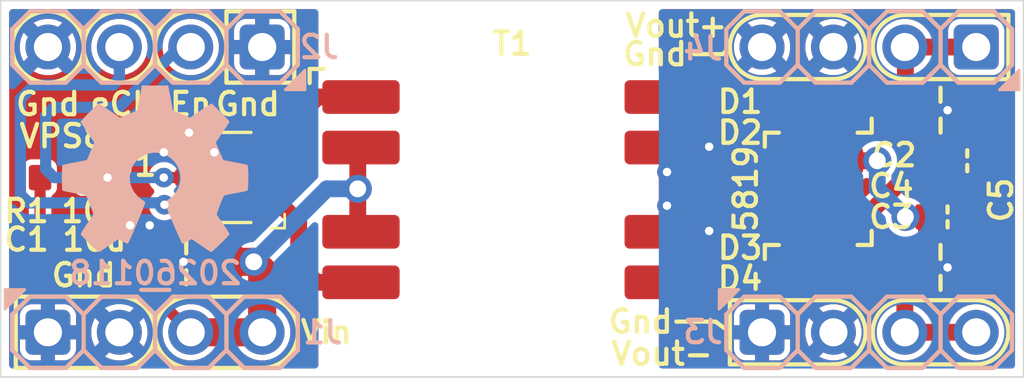
<source format=kicad_pcb>
(kicad_pcb (version 20241229) (generator "pcbnew") (generator_version "9.0")
  (layers (0 "F.Cu" mixed) (2 "B.Cu" mixed) (13 "F.Paste" user) (15 "B.Paste" user) (5 "F.SilkS" user "F.Silkscreen") (7 "B.SilkS" user "B.Silkscreen") (1 "F.Mask" user) (3 "B.Mask" user) (25 "Edge.Cuts" user))
  (net 0 "")
  (net 1 "GND")
  (net 2 "/VIN")
  (net 3 "/ExtClk")
  (net 4 "/Enable")
  (net 5 "/P1")
  (net 6 "/P2")
  (net 7 "/VOUT+")
  (net 8 "/VOUT-")
  (net 9 "Net-(D1-A)")
  (net 10 "Net-(D3-A)")
  (net 11 "GND1")
  (footprint "SquantorCapacitor:C_1206_0805" (layer "F.Cu") (at 53.43 23.9)
    (property "Reference" "C2" (at -1.65 1.6 0) (layer "F.SilkS") (effects (font (size 0.8 0.8))))
    (property "Value" "10u")
    (fp_line (start 0 -0.8) (end 0 -0.3) (stroke (width 0.15)) (layer "F.SilkS"))
    (fp_line (start 0 0.8) (end 0 0.3) (stroke (width 0.15)) (layer "F.SilkS"))
    (pad "1" smd roundrect (at -1.25 0) (size 1.5 1.6) (layers "F.Cu" "F.Mask" "F.Paste") (net 7 "/VOUT+"))
    (pad "2" smd roundrect (at 1.25 0) (size 1.5 1.6) (layers "F.Cu" "F.Mask" "F.Paste") (net 11 "GND1"))
  )
  (footprint "SquantorCapacitor:C_1206_0805" (layer "F.Cu") (at 53.43 29.5)
    (property "Reference" "C3" (at -1.75 -1.8 0) (layer "F.SilkS") (effects (font (size 0.8 0.8))))
    (property "Value" "10u")
    (fp_line (start 0 -0.8) (end 0 -0.3) (stroke (width 0.15)) (layer "F.SilkS"))
    (fp_line (start 0 0.8) (end 0 0.3) (stroke (width 0.15)) (layer "F.SilkS"))
    (pad "1" smd roundrect (at -1.25 0) (size 1.5 1.6) (layers "F.Cu" "F.Mask" "F.Paste") (net 8 "/VOUT-"))
    (pad "2" smd roundrect (at 1.25 0) (size 1.5 1.6) (layers "F.Cu" "F.Mask" "F.Paste") (net 11 "GND1"))
  )
  (footprint "SquantorCapacitor:C_0603" (layer "F.Cu") (at 54.38 25.7)
    (property "Reference" "C5" (at 1.2 1.4 90) (layer "F.SilkS") (effects (font (size 0.8 0.8))))
    (property "Value" "1u")
    (fp_line (start 0 -0.15) (end 0 -0.375) (stroke (width 0.15)) (layer "F.SilkS"))
    (fp_line (start 0 0.375) (end 0 0.15) (stroke (width 0.15)) (layer "F.SilkS"))
    (pad "1" smd roundrect (at -0.75 0) (size 0.8 0.9) (layers "F.Cu" "F.Mask" "F.Paste") (roundrect_rratio 0.125) (net 7 "/VOUT+"))
    (pad "2" smd roundrect (at 0.75 0) (size 0.8 0.9) (layers "F.Cu" "F.Mask" "F.Paste") (roundrect_rratio 0.125) (net 11 "GND1"))
  )
  (footprint "SquantorVPSC:T_2W_8pin_hand" (layer "F.Cu") (at 38.19 26.73)
    (property "Reference" "T1" (at 0 -5.2 0) (layer "F.SilkS") (effects (font (size 0.8 0.8))))
    (property "Value" "~")
    (fp_line (start -7.2 -4.3) (end -7.2 -3.8) (stroke (width 0.15)) (layer "F.SilkS"))
    (fp_line (start -7.2 -4.3) (end -6.7 -4.3) (stroke (width 0.15)) (layer "F.SilkS"))
    (pad "1" smd roundrect (at -5.375 -3.3) (size 2.75 1.2) (layers "F.Cu" "F.Mask" "F.Paste") (roundrect_rratio 0.15) (net 6 "/P2"))
    (pad "2" smd roundrect (at -5.375 -1.5) (size 2.75 1.2) (layers "F.Cu" "F.Mask" "F.Paste") (roundrect_rratio 0.15) (net 2 "/VIN"))
    (pad "3" smd roundrect (at -5.375 1.5) (size 2.75 1.2) (layers "F.Cu" "F.Mask" "F.Paste") (roundrect_rratio 0.15) (net 2 "/VIN"))
    (pad "4" smd roundrect (at -5.375 3.3) (size 2.75 1.2) (layers "F.Cu" "F.Mask" "F.Paste") (roundrect_rratio 0.15) (net 5 "/P1"))
    (pad "5" smd roundrect (at 5.375 3.3) (size 2.75 1.2) (layers "F.Cu" "F.Mask" "F.Paste") (roundrect_rratio 0.15) (net 10 "Net-(D3-A)"))
    (pad "6" smd roundrect (at 5.375 1.5) (size 2.75 1.2) (layers "F.Cu" "F.Mask" "F.Paste") (roundrect_rratio 0.15) (net 11 "GND1"))
    (pad "7" smd roundrect (at 5.375 -1.5) (size 2.75 1.2) (layers "F.Cu" "F.Mask" "F.Paste") (roundrect_rratio 0.15) (net 11 "GND1"))
    (pad "8" smd roundrect (at 5.375 -3.3) (size 2.75 1.2) (layers "F.Cu" "F.Mask" "F.Paste") (roundrect_rratio 0.15) (net 9 "Net-(D1-A)"))
  )
  (footprint "SquantorDiodes:SOD-323HE-shikues" (layer "F.Cu") (at 49.08 29.7)
    (property "Reference" "D4" (at -2.78 0.2 0) (layer "F.SilkS") (effects (font (size 0.8 0.8))))
    (property "Value" "5819")
    (fp_line (start -1.9 -1) (end -1.9 -0.5) (stroke (width 0.15)) (layer "F.SilkS"))
    (fp_line (start -1.9 -1) (end -1.4 -1) (stroke (width 0.15)) (layer "F.SilkS"))
    (pad "1" smd roundrect (at -0.675 0) (size 1.85 1.1) (layers "F.Cu" "F.Mask" "F.Paste") (roundrect_rratio 0.2) (net 10 "Net-(D3-A)"))
    (pad "2" smd roundrect (at 1.15 0) (size 0.9 1) (layers "F.Cu" "F.Mask" "F.Paste") (roundrect_rratio 0.2) (net 8 "/VOUT-"))
  )
  (footprint "SquantorDiodes:SOD-323HE-shikues" (layer "F.Cu") (at 49.08 27.7 180)
    (property "Reference" "D3" (at 2.78 -1.1 0) (layer "F.SilkS") (effects (font (size 0.8 0.8))))
    (property "Value" "5819")
    (fp_line (start -1.9 -1) (end -1.4 -1) (stroke (width 0.15)) (layer "F.SilkS"))
    (fp_line (start -1.9 -1) (end -1.9 -0.5) (stroke (width 0.15)) (layer "F.SilkS"))
    (pad "1" smd roundrect (at -0.675 0 180) (size 1.85 1.1) (layers "F.Cu" "F.Mask" "F.Paste") (roundrect_rratio 0.2) (net 7 "/VOUT+"))
    (pad "2" smd roundrect (at 1.15 0 180) (size 0.9 1) (layers "F.Cu" "F.Mask" "F.Paste") (roundrect_rratio 0.2) (net 10 "Net-(D3-A)"))
  )
  (footprint "SquantorResistor:R_0603_hand" (layer "F.Cu") (at 22.3 26.3)
    (property "Reference" "R1" (at -1.382 1.192 0) (layer "F.SilkS") (effects (font (size 0.8 0.8))))
    (property "Value" "10K" (at 1.031 1.192 0) (layer "F.SilkS") (effects (font (size 0.8 0.8))))
    (fp_line (start 0 -0.2) (end 0 0.2) (stroke (width 0.15)) (layer "F.SilkS"))
    (pad "1" smd roundrect (at -0.9 0) (size 0.8 0.9) (layers "F.Cu" "F.Mask" "F.Paste") (roundrect_rratio 0.1428571429) (net 2 "/VIN"))
    (pad "2" smd roundrect (at 0.9 0) (size 0.8 0.9) (layers "F.Cu" "F.Mask" "F.Paste") (roundrect_rratio 0.1428571429) (net 4 "/Enable"))
  )
  (footprint "SquantorCapacitor:C_1206_0805" (layer "F.Cu") (at 26.6 29.3)
    (property "Reference" "C1" (at -5.682 -0.792 0) (layer "F.SilkS") (effects (font (size 0.8 0.8))))
    (property "Value" "10u" (at -3.269 -0.792 0) (layer "F.SilkS") (effects (font (size 0.8 0.8))))
    (fp_line (start 0 -0.8) (end 0 -0.3) (stroke (width 0.15)) (layer "F.SilkS"))
    (fp_line (start 0 0.8) (end 0 0.3) (stroke (width 0.15)) (layer "F.SilkS"))
    (pad "1" smd roundrect (at -1.25 0) (size 1.5 1.6) (layers "F.Cu" "F.Mask" "F.Paste") (net 1 "GND"))
    (pad "2" smd roundrect (at 1.25 0) (size 1.5 1.6) (layers "F.Cu" "F.Mask" "F.Paste") (net 2 "/VIN"))
  )
  (footprint "SquantorDiodes:SOD-323HE-shikues" (layer "F.Cu") (at 49.08 25.7)
    (property "Reference" "D2" (at -2.78 -1 0) (layer "F.SilkS") (effects (font (size 0.8 0.8))))
    (property "Value" "5819" (at -2.58 1 90) (layer "F.SilkS") (effects (font (size 0.8 0.8))))
    (fp_line (start -1.9 -1) (end -1.9 -0.5) (stroke (width 0.15)) (layer "F.SilkS"))
    (fp_line (start -1.9 -1) (end -1.4 -1) (stroke (width 0.15)) (layer "F.SilkS"))
    (pad "1" smd roundrect (at -0.675 0) (size 1.85 1.1) (layers "F.Cu" "F.Mask" "F.Paste") (roundrect_rratio 0.2) (net 9 "Net-(D1-A)"))
    (pad "2" smd roundrect (at 1.15 0) (size 0.9 1) (layers "F.Cu" "F.Mask" "F.Paste") (roundrect_rratio 0.2) (net 8 "/VOUT-"))
  )
  (footprint "SquantorIC:SOT23-6-HAND" (layer "F.Cu") (at 28 26.3 180)
    (property "Reference" "U1" (at 3.272 0.459 0) (layer "F.SilkS") (effects (font (size 0.8 0.8))))
    (property "Value" "VPS8505" (at 4.669 1.475 0) (layer "F.SilkS") (effects (font (size 0.8 0.8))))
    (fp_line (start 0.9 -1.6) (end -0.9 -1.6) (stroke (width 0.12)) (layer "F.SilkS"))
    (fp_line (start -0.9 1.61) (end 0.9 1.61) (stroke (width 0.12)) (layer "F.SilkS"))
    (fp_line (start -2.1 -1.8) (end -1.6 -1.8) (stroke (width 0.1)) (layer "F.SilkS"))
    (fp_line (start -2.1 -1.8) (end -2.1 -1.3) (stroke (width 0.1)) (layer "F.SilkS"))
    (pad "1" smd roundrect (at -1.2 -0.95 180) (size 1.2 0.65) (layers "F.Cu" "F.Mask" "F.Paste") (roundrect_rratio 0.2) (net 5 "/P1"))
    (pad "2" smd roundrect (at -1.2 0 180) (size 1.2 0.65) (layers "F.Cu" "F.Mask" "F.Paste") (roundrect_rratio 0.2) (net 2 "/VIN"))
    (pad "3" smd roundrect (at -1.2 0.95 180) (size 1.2 0.65) (layers "F.Cu" "F.Mask" "F.Paste") (roundrect_rratio 0.2) (net 6 "/P2"))
    (pad "4" smd roundrect (at 1.2 0.95 180) (size 1.2 0.65) (layers "F.Cu" "F.Mask" "F.Paste") (roundrect_rratio 0.2) (net 1 "GND"))
    (pad "5" smd roundrect (at 1.2 0 180) (size 1.2 0.65) (layers "F.Cu" "F.Mask" "F.Paste") (roundrect_rratio 0.2) (net 4 "/Enable"))
    (pad "6" smd roundrect (at 1.2 -0.95 180) (size 1.2 0.65) (layers "F.Cu" "F.Mask" "F.Paste") (roundrect_rratio 0.2) (net 3 "/ExtClk"))
  )
  (footprint "SquantorCapacitor:C_0603" (layer "F.Cu") (at 53.68 27.7)
    (property "Reference" "C4" (at -2 -1.1 0) (layer "F.SilkS") (effects (font (size 0.8 0.8))))
    (property "Value" "1u")
    (fp_line (start 0 -0.15) (end 0 -0.375) (stroke (width 0.15)) (layer "F.SilkS"))
    (fp_line (start 0 0.375) (end 0 0.15) (stroke (width 0.15)) (layer "F.SilkS"))
    (pad "1" smd roundrect (at -0.75 0) (size 0.8 0.9) (layers "F.Cu" "F.Mask" "F.Paste") (roundrect_rratio 0.125) (net 8 "/VOUT-"))
    (pad "2" smd roundrect (at 0.75 0) (size 0.8 0.9) (layers "F.Cu" "F.Mask" "F.Paste") (roundrect_rratio 0.125) (net 11 "GND1"))
  )
  (footprint "SquantorDiodes:SOD-323HE-shikues" (layer "F.Cu") (at 49.08 23.7 180)
    (property "Reference" "D1" (at 2.78 0.1 0) (layer "F.SilkS") (effects (font (size 0.8 0.8))))
    (property "Value" "5819")
    (fp_line (start -1.9 -1) (end -1.4 -1) (stroke (width 0.15)) (layer "F.SilkS"))
    (fp_line (start -1.9 -1) (end -1.9 -0.5) (stroke (width 0.15)) (layer "F.SilkS"))
    (pad "1" smd roundrect (at -0.675 0 180) (size 1.85 1.1) (layers "F.Cu" "F.Mask" "F.Paste") (roundrect_rratio 0.2) (net 7 "/VOUT+"))
    (pad "2" smd roundrect (at 1.15 0 180) (size 0.9 1) (layers "F.Cu" "F.Mask" "F.Paste") (roundrect_rratio 0.2) (net 9 "Net-(D1-A)"))
  )
  (footprint "SquantorLabels:Label_Generic" (layer "B.Cu") (at 25.5 29.7 180)
    (property "Reference" "N1" (hide yes))
    (property "Value" "20260118" (at 0 0 0) (layer "B.SilkS") (effects (font (size 0.8 0.8)) (justify mirror)))
    (fp_line (start -0.5 -0.6) (end 0.5 -0.6) (stroke (width 0.15)) (layer "B.SilkS"))
  )
  (footprint "Symbol:OSHW-Symbol_6.7x6mm_SilkScreen" (layer "B.Cu") (at 25.5 26 180)
    (property "Reference" "N2" (hide yes))
    (property "Value" "OHWLOGO" (hide yes))
    (fp_poly (pts (xy 0.555814 2.531069) (xy 0.639635 2.086445) (xy 0.94892 1.958947) (xy 1.258206 1.831449) (xy 1.629246 2.083754) (xy 1.733157 2.154004) (xy 1.827087 2.216728) (xy 1.906652 2.269062) (xy 1.96747 2.308143) (xy 2.005157 2.331107) (xy 2.015421 2.336058) (xy 2.03391 2.323324) (xy 2.07342 2.288118) (xy 2.129522 2.234938) (xy 2.197787 2.168282) (xy 2.273786 2.092646) (xy 2.353092 2.012528) (xy 2.431275 1.932426) (xy 2.503907 1.856836) (xy 2.566559 1.790255) (xy 2.614803 1.737182) (xy 2.64421 1.702113) (xy 2.651241 1.690377) (xy 2.641123 1.66874) (xy 2.612759 1.621338) (xy 2.569129 1.552807) (xy 2.513218 1.467785) (xy 2.448006 1.370907) (xy 2.410219 1.31565) (xy 2.341343 1.214752) (xy 2.28014 1.123701) (xy 2.229578 1.04703) (xy 2.192628 0.989272) (xy 2.172258 0.954957) (xy 2.169197 0.947746) (xy 2.176136 0.927252) (xy 2.195051 0.879487) (xy 2.223087 0.811168) (xy 2.257391 0.729011) (xy 2.295109 0.63973) (xy 2.333387 0.550042) (xy 2.36937 0.466662) (xy 2.400206 0.396306) (xy 2.423039 0.34569) (xy 2.435017 0.321529) (xy 2.435724 0.320578) (xy 2.454531 0.315964) (xy 2.504618 0.305672) (xy 2.580793 0.290713) (xy 2.677865 0.272099) (xy 2.790643 0.250841) (xy 2.856442 0.238582) (xy 2.97695 0.215638) (xy 3.085797 0.193805) (xy 3.177476 0.174278) (xy 3.246481 0.158252) (xy 3.287304 0.146921) (xy 3.295511 0.143326) (xy 3.303548 0.118994) (xy 3.310033 0.064041) (xy 3.31497 -0.015108) (xy 3.318364 -0.112026) (xy 3.320218 -0.220287) (xy 3.320538 -0.333465) (xy 3.319327 -0.445135) (xy 3.31659 -0.548868) (xy 3.312331 -0.638241) (xy 3.306555 -0.706826) (xy 3.299267 -0.748197) (xy 3.294895 -0.75681) (xy 3.268764 -0.767133) (xy 3.213393 -0.781892) (xy 3.136107 -0.799352) (xy 3.04423 -0.81778) (xy 3.012158 -0.823741) (xy 2.857524 -0.852066) (xy 2.735375 -0.874876) (xy 2.641673 -0.89308) (xy 2.572384 -0.907583) (xy 2.523471 -0.919292) (xy 2.490897 -0.929115) (xy 2.470628 -0.937956) (xy 2.458626 -0.946724) (xy 2.456947 -0.948457) (xy 2.440184 -0.976371) (xy 2.414614 -1.030695) (xy 2.382788 -1.104777) (xy 2.34726 -1.191965) (xy 2.310583 -1.285608) (xy 2.275311 -1.379052) (xy 2.243996 -1.465647) (xy 2.219193 -1.53874) (xy 2.203454 -1.591678) (xy 2.199332 -1.617811) (xy 2.199676 -1.618726) (xy 2.213641 -1.640086) (xy 2.245322 -1.687084) (xy 2.291391 -1.754827) (xy 2.348518 -1.838423) (xy 2.413373 -1.932982) (xy 2.431843 -1.959854) (xy 2.497699 -2.057275) (xy 2.55565 -2.146163) (xy 2.602538 -2.221412) (xy 2.635207 -2.27792) (xy 2.6505 -2.310581) (xy 2.651241 -2.314593) (xy 2.638392 -2.335684) (xy 2.602888 -2.377464) (xy 2.549293 -2.435445) (xy 2.482171 -2.505135) (xy 2.406087 -2.582045) (xy 2.325604 -2.661683) (xy 2.245287 -2.739561) (xy 2.169699 -2.811186) (xy 2.103405 -2.87207) (xy 2.050969 -2.917721) (xy 2.016955 -2.94365) (xy 2.007545 -2.947883) (xy 1.985643 -2.937912) (xy 1.9408 -2.91102) (xy 1.880321 -2.871736) (xy 1.833789 -2.840117) (xy 1.749475 -2.782098) (xy 1.649626 -2.713784) (xy 1.549473 -2.645579) (xy 1.495627 -2.609075) (xy 1.313371 -2.4858) (xy 1.160381 -2.56852) (xy 1.090682 -2.604759) (xy 1.031414 -2.632926) (xy 0.991311 -2.648991) (xy 0.981103 -2.651226) (xy 0.968829 -2.634722) (xy 0.944613 -2.588082) (xy 0.910263 -2.515609) (xy 0.867588 -2.421606) (xy 0.818394 -2.310374) (xy 0.76449 -2.186215) (xy 0.707684 -2.053432) (xy 0.649782 -1.916327) (xy 0.592593 -1.779202) (xy 0.537924 -1.646358) (xy 0.487584 -1.522098) (xy 0.44338 -1.410725) (xy 0.407119 -1.316539) (xy 0.380609 -1.243844) (xy 0.365658 -1.196941) (xy 0.363254 -1.180833) (xy 0.382311 -1.160286) (xy 0.424036 -1.126933) (xy 0.479706 -1.087702) (xy 0.484378 -1.084599) (xy 0.628264 -0.969423) (xy 0.744283 -0.835053) (xy 0.83143 -0.685784) (xy 0.888699 -0.525913) (xy 0.915086 -0.359737) (xy 0.909585 -0.191552) (xy 0.87119 -0.025655) (xy 0.798895 0.133658) (xy 0.777626 0.168513) (xy 0.666996 0.309263) (xy 0.536302 0.422286) (xy 0.390064 0.506997) (xy 0.232808 0.562806) (xy 0.069057 0.589126) (xy -0.096667 0.58537) (xy -0.259838 0.55095) (xy -0.415935 0.485277) (xy -0.560433 0.387765) (xy -0.605131 0.348187) (xy -0.718888 0.224297) (xy -0.801782 0.093876) (xy -0.858644 -0.052315) (xy -0.890313 -0.197088) (xy -0.898131 -0.35986) (xy -0.872062 -0.52344) (xy -0.814755 -0.682298) (xy -0.728856 -0.830906) (xy -0.617014 -0.963735) (xy -0.481877 -1.075256) (xy -0.464117 -1.087011) (xy -0.40785 -1.125508) (xy -0.365077 -1.158863) (xy -0.344628 -1.18016) (xy -0.344331 -1.180833) (xy -0.348721 -1.203871) (xy -0.366124 -1.256157) (xy -0.394732 -1.33339) (xy -0.432735 -1.431268) (xy -0.478326 -1.545491) (xy -0.529697 -1.671758) (xy -0.585038 -1.805767) (xy -0.642542 -1.943218) (xy -0.700399 -2.079808) (xy -0.756802 -2.211237) (xy -0.809942 -2.333205) (xy -0.85801 -2.441409) (xy -0.899199 -2.531549) (xy -0.931699 -2.599323) (xy -0.953703 -2.64043) (xy -0.962564 -2.651226) (xy -0.98964 -2.642819) (xy -1.040303 -2.620272) (xy -1.105817 -2.587613) (xy -1.141841 -2.56852) (xy -1.294832 -2.4858) (xy -1.477088 -2.609075) (xy -1.570125 -2.672228) (xy -1.671985 -2.741727) (xy -1.767438 -2.807165) (xy -1.81525 -2.840117) (xy -1.882495 -2.885273) (xy -1.939436 -2.921057) (xy -1.978646 -2.942938) (xy -1.991381 -2.947563) (xy -2.009917 -2.935085) (xy -2.050941 -2.900252) (xy -2.110475 -2.846678) (xy -2.184542 -2.777983) (xy -2.269165 -2.697781) (xy -2.322685 -2.646286) (xy -2.416319 -2.554286) (xy -2.497241 -2.471999) (xy -2.562177 -2.402945) (xy -2.607858 -2.350644) (xy -2.631011 -2.318616) (xy -2.633232 -2.312116) (xy -2.622924 -2.287394) (xy -2.594439 -2.237405) (xy -2.550937 -2.167212) (xy -2.495577 -2.081875) (xy -2.43152 -1.986456) (xy -2.413303 -1.959854) (xy -2.346927 -1.863167) (xy -2.287378 -1.776117) (xy -2.237984 -1.703595) (xy -2.202075 -1.650493) (xy -2.182981 -1.621703) (xy -2.181136 -1.618726) (xy -2.183895 -1.595782) (xy -2.198538 -1.545336) (xy -2.222513 -1.474041) (xy -2.253266 -1.388547) (xy -2.288244 -1.295507) (xy -2.324893 -1.201574) (xy -2.360661 -1.113399) (xy -2.392994 -1.037634) (xy -2.419338 -0.980931) (xy -2.437142 -0.949943) (xy -2.438407 -0.948457) (xy -2.449294 -0.939601) (xy -2.467682 -0.930843) (xy -2.497606 -0.921277) (xy -2.543103 -0.909996) (xy -2.608209 -0.896093) (xy -2.696961 -0.878663) (xy -2.813393 -0.856798) (xy -2.961542 -0.829591) (xy -2.993618 -0.823741) (xy -3.088686 -0.805374) (xy -3.171565 -0.787405) (xy -3.23493 -0.771569) (xy -3.271458 -0.7596) (xy -3.276356 -0.75681) (xy -3.284427 -0.732072) (xy -3.290987 -0.67679) (xy -3.296033 -0.597389) (xy -3.299559 -0.500296) (xy -3.301561 -0.391938) (xy -3.302036 -0.27874) (xy -3.300977 -0.167128) (xy -3.298382 -0.063529) (xy -3.294246 0.025632) (xy -3.288563 0.093928) (xy -3.281331 0.134934) (xy -3.276971 0.143326) (xy -3.252698 0.151792) (xy -3.197426 0.165565) (xy -3.116662 0.18345) (xy -3.015912 0.204252) (xy -2.900683 0.226777) (xy -2.837902 0.238582) (xy -2.718787 0.260849) (xy -2.612565 0.281021) (xy -2.524427 0.298085) (xy -2.459566 0.311031) (xy -2.423174 0.318845) (xy -2.417184 0.320578) (xy -2.407061 0.34011) (xy -2.385662 0.387157) (xy -2.355839 0.454997) (xy -2.320445 0.536909) (xy -2.282332 0.626172) (xy -2.244353 0.716065) (xy -2.20936 0.799865) (xy -2.180206 0.870853) (xy -2.159743 0.922306) (xy -2.150823 0.947503) (xy -2.150657 0.948604) (xy -2.160769 0.968481) (xy -2.189117 1.014223) (xy -2.232723 1.081283) (xy -2.288606 1.165116) (xy -2.353787 1.261174) (xy -2.391679 1.31635) (xy -2.460725 1.417519) (xy -2.52205 1.50937) (xy -2.572663 1.587256) (xy -2.609571 1.646531) (xy -2.629782 1.682549) (xy -2.632701 1.690623) (xy -2.620153 1.709416) (xy -2.585463 1.749543) (xy -2.533063 1.806507) (xy -2.467384 1.875815) (xy -2.392856 1.952969) (xy -2.313913 2.033475) (xy -2.234983 2.112837) (xy -2.1605 2.18656) (xy -2.094894 2.250148) (xy -2.042596 2.299106) (xy -2.008039 2.328939) (xy -1.996478 2.336058) (xy -1.977654 2.326047) (xy -1.932631 2.297922) (xy -1.865787 2.254546) (xy -1.781499 2.198782) (xy -1.684144 2.133494) (xy -1.610707 2.083754) (xy -1.239667 1.831449) (xy -0.621095 2.086445) (xy -0.537275 2.531069) (xy -0.453454 2.975693) (xy 0.471994 2.975693) (xy 0.555814 2.531069)) (stroke (width 0.01)) (fill yes) (layer "B.SilkS"))
  )
  (footprint "SquantorConnectors:Header-0254-1X04-H010" (layer "B.Cu") (at 50.89 31.81)
    (property "Reference" "J3" (at -5.91 -0.01 0) (layer "B.SilkS") (effects (font (size 0.8 0.8) (thickness 0.15) (bold yes)) (justify mirror)))
    (property "Value" "Conn_01x04")
    (fp_line (start -5.08 -0.635) (end -4.445 -1.27) (stroke (width 0.1524)) (layer "B.SilkS"))
    (fp_line (start -5.08 0.635) (end -5.08 -0.635) (stroke (width 0.1524)) (layer "B.SilkS"))
    (fp_line (start -4.445 1.27) (end -5.08 0.635) (stroke (width 0.1524)) (layer "B.SilkS"))
    (fp_line (start -4.445 1.27) (end -3.175 1.27) (stroke (width 0.1524)) (layer "B.SilkS"))
    (fp_line (start -3.175 -1.27) (end -4.445 -1.27) (stroke (width 0.1524)) (layer "B.SilkS"))
    (fp_line (start -3.175 1.27) (end -2.54 0.635) (stroke (width 0.1524)) (layer "B.SilkS"))
    (fp_line (start -2.54 -0.635) (end -3.175 -1.27) (stroke (width 0.1524)) (layer "B.SilkS"))
    (fp_line (start -2.54 0.635) (end -2.54 -0.635) (stroke (width 0.1524)) (layer "B.SilkS"))
    (fp_line (start -2.54 0.635) (end -1.905 1.27) (stroke (width 0.1524)) (layer "B.SilkS"))
    (fp_line (start -1.905 -1.27) (end -2.54 -0.635) (stroke (width 0.1524)) (layer "B.SilkS"))
    (fp_line (start -1.905 1.27) (end -0.635 1.27) (stroke (width 0.1524)) (layer "B.SilkS"))
    (fp_line (start -0.635 -1.27) (end -1.905 -1.27) (stroke (width 0.1524)) (layer "B.SilkS"))
    (fp_line (start -0.635 1.27) (end 0 0.635) (stroke (width 0.1524)) (layer "B.SilkS"))
    (fp_line (start 0 -0.635) (end -0.635 -1.27) (stroke (width 0.1524)) (layer "B.SilkS"))
    (fp_line (start 0 0.635) (end 0 -0.635) (stroke (width 0.1524)) (layer "B.SilkS"))
    (fp_line (start 0 0.635) (end 0.635 1.27) (stroke (width 0.1524)) (layer "B.SilkS"))
    (fp_line (start 0.635 -1.27) (end 0 -0.635) (stroke (width 0.1524)) (layer "B.SilkS"))
    (fp_line (start 0.635 1.27) (end 1.905 1.27) (stroke (width 0.1524)) (layer "B.SilkS"))
    (fp_line (start 1.905 -1.27) (end 0.635 -1.27) (stroke (width 0.1524)) (layer "B.SilkS"))
    (fp_line (start 1.905 1.27) (end 2.54 0.635) (stroke (width 0.1524)) (layer "B.SilkS"))
    (fp_line (start 2.54 -0.635) (end 1.905 -1.27) (stroke (width 0.1524)) (layer "B.SilkS"))
    (fp_line (start 2.54 -0.635) (end 3.175 -1.27) (stroke (width 0.1524)) (layer "B.SilkS"))
    (fp_line (start 2.54 0.635) (end 2.54 -0.635) (stroke (width 0.1524)) (layer "B.SilkS"))
    (fp_line (start 3.175 1.27) (end 2.54 0.635) (stroke (width 0.1524)) (layer "B.SilkS"))
    (fp_line (start 3.175 1.27) (end 4.445 1.27) (stroke (width 0.1524)) (layer "B.SilkS"))
    (fp_line (start 4.445 -1.27) (end 3.175 -1.27) (stroke (width 0.1524)) (layer "B.SilkS"))
    (fp_line (start 4.445 1.27) (end 5.08 0.635) (stroke (width 0.1524)) (layer "B.SilkS"))
    (fp_line (start 5.08 -0.635) (end 4.445 -1.27) (stroke (width 0.1524)) (layer "B.SilkS"))
    (fp_line (start 5.08 0.635) (end 5.08 -0.635) (stroke (width 0.1524)) (layer "B.SilkS"))
    (fp_poly (pts (xy -5.334 -0.8255) (xy -5.334 -1.524) (xy -4.6355 -1.524)) (stroke (width 0.1)) (fill yes) (layer "B.SilkS"))
    (pad "1" thru_hole roundrect (at -3.81 0 180) (size 1.6 1.6) (drill 1) (layers "*.Cu" "*.Mask") (roundrect_rratio 0.15) (net 11 "GND1"))
    (pad "2" thru_hole circle (at -1.27 0 180) (size 1.6 1.6) (drill 1) (layers "*.Cu" "*.Mask") (net 11 "GND1"))
    (pad "3" thru_hole circle (at 1.27 0 180) (size 1.6 1.6) (drill 1) (layers "*.Cu" "*.Mask") (net 8 "/VOUT-"))
    (pad "4" thru_hole circle (at 3.81 0 180) (size 1.6 1.6) (drill 1) (layers "*.Cu" "*.Mask") (net 8 "/VOUT-"))
  )
  (footprint "SquantorConnectors:Header-0254-1X04-H010" (layer "B.Cu") (at 25.49 21.65 180)
    (property "Reference" "J2" (at -5.842 0 0) (layer "B.SilkS") (effects (font (size 0.8 0.8) (thickness 0.15) (bold yes)) (justify mirror)))
    (property "Value" "Conn_01x04")
    (fp_line (start 5.08 0.635) (end 5.08 -0.635) (stroke (width 0.1524)) (layer "B.SilkS"))
    (fp_line (start 5.08 -0.635) (end 4.445 -1.27) (stroke (width 0.1524)) (layer "B.SilkS"))
    (fp_line (start 4.445 1.27) (end 5.08 0.635) (stroke (width 0.1524)) (layer "B.SilkS"))
    (fp_line (start 4.445 -1.27) (end 3.175 -1.27) (stroke (width 0.1524)) (layer "B.SilkS"))
    (fp_line (start 3.175 1.27) (end 4.445 1.27) (stroke (width 0.1524)) (layer "B.SilkS"))
    (fp_line (start 3.175 1.27) (end 2.54 0.635) (stroke (width 0.1524)) (layer "B.SilkS"))
    (fp_line (start 2.54 0.635) (end 2.54 -0.635) (stroke (width 0.1524)) (layer "B.SilkS"))
    (fp_line (start 2.54 -0.635) (end 3.175 -1.27) (stroke (width 0.1524)) (layer "B.SilkS"))
    (fp_line (start 2.54 -0.635) (end 1.905 -1.27) (stroke (width 0.1524)) (layer "B.SilkS"))
    (fp_line (start 1.905 1.27) (end 2.54 0.635) (stroke (width 0.1524)) (layer "B.SilkS"))
    (fp_line (start 1.905 -1.27) (end 0.635 -1.27) (stroke (width 0.1524)) (layer "B.SilkS"))
    (fp_line (start 0.635 1.27) (end 1.905 1.27) (stroke (width 0.1524)) (layer "B.SilkS"))
    (fp_line (start 0.635 -1.27) (end 0 -0.635) (stroke (width 0.1524)) (layer "B.SilkS"))
    (fp_line (start 0 0.635) (end 0.635 1.27) (stroke (width 0.1524)) (layer "B.SilkS"))
    (fp_line (start 0 0.635) (end 0 -0.635) (stroke (width 0.1524)) (layer "B.SilkS"))
    (fp_line (start 0 -0.635) (end -0.635 -1.27) (stroke (width 0.1524)) (layer "B.SilkS"))
    (fp_line (start -0.635 1.27) (end 0 0.635) (stroke (width 0.1524)) (layer "B.SilkS"))
    (fp_line (start -0.635 -1.27) (end -1.905 -1.27) (stroke (width 0.1524)) (layer "B.SilkS"))
    (fp_line (start -1.905 1.27) (end -0.635 1.27) (stroke (width 0.1524)) (layer "B.SilkS"))
    (fp_line (start -1.905 -1.27) (end -2.54 -0.635) (stroke (width 0.1524)) (layer "B.SilkS"))
    (fp_line (start -2.54 0.635) (end -1.905 1.27) (stroke (width 0.1524)) (layer "B.SilkS"))
    (fp_line (start -2.54 0.635) (end -2.54 -0.635) (stroke (width 0.1524)) (layer "B.SilkS"))
    (fp_line (start -2.54 -0.635) (end -3.175 -1.27) (stroke (width 0.1524)) (layer "B.SilkS"))
    (fp_line (start -3.175 1.27) (end -2.54 0.635) (stroke (width 0.1524)) (layer "B.SilkS"))
    (fp_line (start -3.175 -1.27) (end -4.445 -1.27) (stroke (width 0.1524)) (layer "B.SilkS"))
    (fp_line (start -4.445 1.27) (end -3.175 1.27) (stroke (width 0.1524)) (layer "B.SilkS"))
    (fp_line (start -4.445 1.27) (end -5.08 0.635) (stroke (width 0.1524)) (layer "B.SilkS"))
    (fp_line (start -5.08 0.635) (end -5.08 -0.635) (stroke (width 0.1524)) (layer "B.SilkS"))
    (fp_line (start -5.08 -0.635) (end -4.445 -1.27) (stroke (width 0.1524)) (layer "B.SilkS"))
    (fp_poly (pts (xy -5.334 -0.8255) (xy -5.334 -1.524) (xy -4.6355 -1.524)) (stroke (width 0.1)) (fill yes) (layer "B.SilkS"))
    (pad "1" thru_hole roundrect (at -3.81 0) (size 1.6 1.6) (drill 1) (layers "*.Cu" "*.Mask") (roundrect_rratio 0.15) (net 1 "GND"))
    (pad "2" thru_hole circle (at -1.27 0) (size 1.6 1.6) (drill 1) (layers "*.Cu" "*.Mask") (net 4 "/Enable"))
    (pad "3" thru_hole circle (at 1.27 0) (size 1.6 1.6) (drill 1) (layers "*.Cu" "*.Mask") (net 3 "/ExtClk"))
    (pad "4" thru_hole circle (at 3.81 0) (size 1.6 1.6) (drill 1) (layers "*.Cu" "*.Mask") (net 1 "GND"))
  )
  (footprint "SquantorConnectors:Header-0254-1X04-H010" (layer "B.Cu") (at 25.49 31.81)
    (property "Reference" "J1" (at 5.969 0 180) (layer "B.SilkS") (effects (font (size 0.8 0.8) (thickness 0.15) (bold yes)) (justify mirror)))
    (property "Value" "Conn_01x04")
    (fp_line (start -5.08 -0.635) (end -4.445 -1.27) (stroke (width 0.1524)) (layer "B.SilkS"))
    (fp_line (start -5.08 0.635) (end -5.08 -0.635) (stroke (width 0.1524)) (layer "B.SilkS"))
    (fp_line (start -4.445 1.27) (end -5.08 0.635) (stroke (width 0.1524)) (layer "B.SilkS"))
    (fp_line (start -4.445 1.27) (end -3.175 1.27) (stroke (width 0.1524)) (layer "B.SilkS"))
    (fp_line (start -3.175 -1.27) (end -4.445 -1.27) (stroke (width 0.1524)) (layer "B.SilkS"))
    (fp_line (start -3.175 1.27) (end -2.54 0.635) (stroke (width 0.1524)) (layer "B.SilkS"))
    (fp_line (start -2.54 -0.635) (end -3.175 -1.27) (stroke (width 0.1524)) (layer "B.SilkS"))
    (fp_line (start -2.54 0.635) (end -2.54 -0.635) (stroke (width 0.1524)) (layer "B.SilkS"))
    (fp_line (start -2.54 0.635) (end -1.905 1.27) (stroke (width 0.1524)) (layer "B.SilkS"))
    (fp_line (start -1.905 -1.27) (end -2.54 -0.635) (stroke (width 0.1524)) (layer "B.SilkS"))
    (fp_line (start -1.905 1.27) (end -0.635 1.27) (stroke (width 0.1524)) (layer "B.SilkS"))
    (fp_line (start -0.635 -1.27) (end -1.905 -1.27) (stroke (width 0.1524)) (layer "B.SilkS"))
    (fp_line (start -0.635 1.27) (end 0 0.635) (stroke (width 0.1524)) (layer "B.SilkS"))
    (fp_line (start 0 -0.635) (end -0.635 -1.27) (stroke (width 0.1524)) (layer "B.SilkS"))
    (fp_line (start 0 0.635) (end 0 -0.635) (stroke (width 0.1524)) (layer "B.SilkS"))
    (fp_line (start 0 0.635) (end 0.635 1.27) (stroke (width 0.1524)) (layer "B.SilkS"))
    (fp_line (start 0.635 -1.27) (end 0 -0.635) (stroke (width 0.1524)) (layer "B.SilkS"))
    (fp_line (start 0.635 1.27) (end 1.905 1.27) (stroke (width 0.1524)) (layer "B.SilkS"))
    (fp_line (start 1.905 -1.27) (end 0.635 -1.27) (stroke (width 0.1524)) (layer "B.SilkS"))
    (fp_line (start 1.905 1.27) (end 2.54 0.635) (stroke (width 0.1524)) (layer "B.SilkS"))
    (fp_line (start 2.54 -0.635) (end 1.905 -1.27) (stroke (width 0.1524)) (layer "B.SilkS"))
    (fp_line (start 2.54 -0.635) (end 3.175 -1.27) (stroke (width 0.1524)) (layer "B.SilkS"))
    (fp_line (start 2.54 0.635) (end 2.54 -0.635) (stroke (width 0.1524)) (layer "B.SilkS"))
    (fp_line (start 3.175 1.27) (end 2.54 0.635) (stroke (width 0.1524)) (layer "B.SilkS"))
    (fp_line (start 3.175 1.27) (end 4.445 1.27) (stroke (width 0.1524)) (layer "B.SilkS"))
    (fp_line (start 4.445 -1.27) (end 3.175 -1.27) (stroke (width 0.1524)) (layer "B.SilkS"))
    (fp_line (start 4.445 1.27) (end 5.08 0.635) (stroke (width 0.1524)) (layer "B.SilkS"))
    (fp_line (start 5.08 -0.635) (end 4.445 -1.27) (stroke (width 0.1524)) (layer "B.SilkS"))
    (fp_line (start 5.08 0.635) (end 5.08 -0.635) (stroke (width 0.1524)) (layer "B.SilkS"))
    (fp_poly (pts (xy -5.334 -0.8255) (xy -5.334 -1.524) (xy -4.6355 -1.524)) (stroke (width 0.1)) (fill yes) (layer "B.SilkS"))
    (pad "1" thru_hole roundrect (at -3.81 0 180) (size 1.6 1.6) (drill 1) (layers "*.Cu" "*.Mask") (roundrect_rratio 0.15) (net 1 "GND"))
    (pad "2" thru_hole circle (at -1.27 0 180) (size 1.6 1.6) (drill 1) (layers "*.Cu" "*.Mask") (net 1 "GND"))
    (pad "3" thru_hole circle (at 1.27 0 180) (size 1.6 1.6) (drill 1) (layers "*.Cu" "*.Mask") (net 2 "/VIN"))
    (pad "4" thru_hole circle (at 3.81 0 180) (size 1.6 1.6) (drill 1) (layers "*.Cu" "*.Mask") (net 2 "/VIN"))
  )
  (footprint "SquantorConnectors:Header-0254-1X04-H010" (layer "B.Cu") (at 50.89 21.65 180)
    (property "Reference" "J4" (at 5.91 -0.05 0) (layer "B.SilkS") (effects (font (size 0.8 0.8) (thickness 0.15) (bold yes)) (justify mirror)))
    (property "Value" "Conn_01x04")
    (fp_line (start 5.08 0.635) (end 5.08 -0.635) (stroke (width 0.1524)) (layer "B.SilkS"))
    (fp_line (start 5.08 -0.635) (end 4.445 -1.27) (stroke (width 0.1524)) (layer "B.SilkS"))
    (fp_line (start 4.445 1.27) (end 5.08 0.635) (stroke (width 0.1524)) (layer "B.SilkS"))
    (fp_line (start 4.445 -1.27) (end 3.175 -1.27) (stroke (width 0.1524)) (layer "B.SilkS"))
    (fp_line (start 3.175 1.27) (end 4.445 1.27) (stroke (width 0.1524)) (layer "B.SilkS"))
    (fp_line (start 3.175 1.27) (end 2.54 0.635) (stroke (width 0.1524)) (layer "B.SilkS"))
    (fp_line (start 2.54 0.635) (end 2.54 -0.635) (stroke (width 0.1524)) (layer "B.SilkS"))
    (fp_line (start 2.54 -0.635) (end 3.175 -1.27) (stroke (width 0.1524)) (layer "B.SilkS"))
    (fp_line (start 2.54 -0.635) (end 1.905 -1.27) (stroke (width 0.1524)) (layer "B.SilkS"))
    (fp_line (start 1.905 1.27) (end 2.54 0.635) (stroke (width 0.1524)) (layer "B.SilkS"))
    (fp_line (start 1.905 -1.27) (end 0.635 -1.27) (stroke (width 0.1524)) (layer "B.SilkS"))
    (fp_line (start 0.635 1.27) (end 1.905 1.27) (stroke (width 0.1524)) (layer "B.SilkS"))
    (fp_line (start 0.635 -1.27) (end 0 -0.635) (stroke (width 0.1524)) (layer "B.SilkS"))
    (fp_line (start 0 0.635) (end 0.635 1.27) (stroke (width 0.1524)) (layer "B.SilkS"))
    (fp_line (start 0 0.635) (end 0 -0.635) (stroke (width 0.1524)) (layer "B.SilkS"))
    (fp_line (start 0 -0.635) (end -0.635 -1.27) (stroke (width 0.1524)) (layer "B.SilkS"))
    (fp_line (start -0.635 1.27) (end 0 0.635) (stroke (width 0.1524)) (layer "B.SilkS"))
    (fp_line (start -0.635 -1.27) (end -1.905 -1.27) (stroke (width 0.1524)) (layer "B.SilkS"))
    (fp_line (start -1.905 1.27) (end -0.635 1.27) (stroke (width 0.1524)) (layer "B.SilkS"))
    (fp_line (start -1.905 -1.27) (end -2.54 -0.635) (stroke (width 0.1524)) (layer "B.SilkS"))
    (fp_line (start -2.54 0.635) (end -1.905 1.27) (stroke (width 0.1524)) (layer "B.SilkS"))
    (fp_line (start -2.54 0.635) (end -2.54 -0.635) (stroke (width 0.1524)) (layer "B.SilkS"))
    (fp_line (start -2.54 -0.635) (end -3.175 -1.27) (stroke (width 0.1524)) (layer "B.SilkS"))
    (fp_line (start -3.175 1.27) (end -2.54 0.635) (stroke (width 0.1524)) (layer "B.SilkS"))
    (fp_line (start -3.175 -1.27) (end -4.445 -1.27) (stroke (width 0.1524)) (layer "B.SilkS"))
    (fp_line (start -4.445 1.27) (end -3.175 1.27) (stroke (width 0.1524)) (layer "B.SilkS"))
    (fp_line (start -4.445 1.27) (end -5.08 0.635) (stroke (width 0.1524)) (layer "B.SilkS"))
    (fp_line (start -5.08 0.635) (end -5.08 -0.635) (stroke (width 0.1524)) (layer "B.SilkS"))
    (fp_line (start -5.08 -0.635) (end -4.445 -1.27) (stroke (width 0.1524)) (layer "B.SilkS"))
    (fp_poly (pts (xy -5.334 -0.8255) (xy -5.334 -1.524) (xy -4.6355 -1.524)) (stroke (width 0.1)) (fill yes) (layer "B.SilkS"))
    (pad "1" thru_hole roundrect (at -3.81 0) (size 1.6 1.6) (drill 1) (layers "*.Cu" "*.Mask") (roundrect_rratio 0.15) (net 7 "/VOUT+"))
    (pad "2" thru_hole circle (at -1.27 0) (size 1.6 1.6) (drill 1) (layers "*.Cu" "*.Mask") (net 7 "/VOUT+"))
    (pad "3" thru_hole circle (at 1.27 0) (size 1.6 1.6) (drill 1) (layers "*.Cu" "*.Mask") (net 11 "GND1"))
    (pad "4" thru_hole circle (at 3.81 0) (size 1.6 1.6) (drill 1) (layers "*.Cu" "*.Mask") (net 11 "GND1"))
  )
  (gr_line (start 55.843 22.793) (end 54.7 22.793) (stroke (width 0.15)) (layer "F.SilkS"))
  (gr_line (start 44.667 21.904) (end 45.683 21.904) (stroke (width 0.15)) (layer "F.SilkS"))
  (gr_line (start 29.3 30.54) (end 26.76 30.54) (stroke (width 0.15)) (layer "F.SilkS"))
  (gr_line (start 52.16 32.953) (end 54.7 32.953) (stroke (width 0.15)) (layer "F.SilkS"))
  (gr_arc (start 49.62 30.667) (mid 50.763 31.81) (end 49.62 32.953) (stroke (width 0.15)) (layer "F.SilkS"))
  (gr_line (start 29.3 33.08) (end 26.76 33.08) (stroke (width 0.15)) (layer "F.SilkS"))
  (gr_line (start 45.429 31.429) (end 45.937 31.81) (stroke (width 0.15)) (layer "F.SilkS"))
  (gr_arc (start 49.62 20.507) (mid 50.763 21.65) (end 49.62 22.793) (stroke (width 0.15)) (layer "F.SilkS"))
  (gr_line (start 47.08 30.667) (end 45.937 30.667) (stroke (width 0.15)) (layer "F.SilkS"))
  (gr_arc (start 26.76 33.08) (mid 25.49 31.81) (end 26.76 30.54) (stroke (width 0.15)) (layer "F.SilkS"))
  (gr_arc (start 52.16 32.953) (mid 51.017 31.81) (end 52.16 30.667) (stroke (width 0.15)) (layer "F.SilkS"))
  (gr_line (start 52.16 22.793) (end 54.7 22.793) (stroke (width 0.15)) (layer "F.SilkS"))
  (gr_line (start 20.537 30.54) (end 20.537 33.08) (stroke (width 0.15)) (layer "F.SilkS"))
  (gr_line (start 45.683 21.904) (end 45.937 21.65) (stroke (width 0.15)) (layer "F.SilkS"))
  (gr_arc (start 54.7 30.667) (mid 55.843 31.81) (end 54.7 32.953) (stroke (width 0.15)) (layer "F.SilkS"))
  (gr_circle (center 26.76 21.65) (end 28.03 21.65) (stroke (width 0.15)) (fill no) (layer "F.SilkS"))
  (gr_line (start 30.443 20.38) (end 30.443 22.92) (stroke (width 0.15)) (layer "F.SilkS"))
  (gr_arc (start 47.08 22.793) (mid 45.937 21.65) (end 47.08 20.507) (stroke (width 0.15)) (layer "F.SilkS"))
  (gr_circle (center 21.68 21.65) (end 22.95 21.65) (stroke (width 0.15)) (fill no) (layer "F.SilkS"))
  (gr_line (start 30.443 22.92) (end 28.03 22.92) (stroke (width 0.15)) (layer "F.SilkS"))
  (gr_line (start 54.7 20.507) (end 52.16 20.507) (stroke (width 0.15)) (layer "F.SilkS"))
  (gr_circle (center 24.22 21.65) (end 25.49 21.65) (stroke (width 0.15)) (fill no) (layer "F.SilkS"))
  (gr_line (start 20.537 33.08) (end 21.68 33.08) (stroke (width 0.15)) (layer "F.SilkS"))
  (gr_line (start 28.03 20.38) (end 30.443 20.38) (stroke (width 0.15)) (layer "F.SilkS"))
  (gr_line (start 45.937 30.667) (end 45.937 32.953) (stroke (width 0.15)) (layer "F.SilkS"))
  (gr_line (start 47.08 22.793) (end 49.62 22.793) (stroke (width 0.15)) (layer "F.SilkS"))
  (gr_line (start 54.7 30.667) (end 52.16 30.667) (stroke (width 0.15)) (layer "F.SilkS"))
  (gr_line (start 45.937 32.953) (end 47.08 32.953) (stroke (width 0.15)) (layer "F.SilkS"))
  (gr_line (start 21.68 30.54) (end 20.537 30.54) (stroke (width 0.15)) (layer "F.SilkS"))
  (gr_arc (start 52.16 22.793) (mid 51.017 21.65) (end 52.16 20.507) (stroke (width 0.15)) (layer "F.SilkS"))
  (gr_line (start 49.62 30.667) (end 47.08 30.667) (stroke (width 0.15)) (layer "F.SilkS"))
  (gr_line (start 49.62 20.507) (end 47.08 20.507) (stroke (width 0.15)) (layer "F.SilkS"))
  (gr_line (start 24.22 30.54) (end 21.68 30.54) (stroke (width 0.15)) (layer "F.SilkS"))
  (gr_line (start 28.03 20.38) (end 28.03 22.92) (stroke (width 0.15)) (layer "F.SilkS"))
  (gr_arc (start 29.3 30.54) (mid 30.57 31.81) (end 29.3 33.08) (stroke (width 0.15)) (layer "F.SilkS"))
  (gr_line (start 44.032 31.429) (end 45.429 31.429) (stroke (width 0.15)) (layer "F.SilkS"))
  (gr_line (start 54.7 20.507) (end 55.843 20.507) (stroke (width 0.15)) (layer "F.SilkS"))
  (gr_line (start 55.843 20.507) (end 55.843 22.793) (stroke (width 0.15)) (layer "F.SilkS"))
  (gr_line (start 47.08 32.953) (end 49.62 32.953) (stroke (width 0.15)) (layer "F.SilkS"))
  (gr_arc (start 24.22 30.54) (mid 25.49 31.81) (end 24.22 33.08) (stroke (width 0.15)) (layer "F.SilkS"))
  (gr_line (start 24.22 33.08) (end 21.68 33.08) (stroke (width 0.15)) (layer "F.SilkS"))
  (gr_rect (start 20 20) (end 56.38 33.4) (stroke (width 0.05)) (fill no) (layer "Edge.Cuts"))
  (gr_text "Gnd" (at 21.68 23.682 0) (layer "F.SilkS") (effects (font (size 0.8 0.8) (thickness 0.15) (bold yes))))
  (gr_text "Gnd" (at 22.95 29.778 0) (layer "F.SilkS") (effects (font (size 0.8 0.8) (thickness 0.15) (bold yes))))
  (gr_text "Gnd" (at 42.762 31.429 0) (layer "F.SilkS") (effects (font (size 0.8 0.8) (thickness 0.15) (bold yes))))
  (gr_text "Gnd" (at 43.27 21.904 0) (layer "F.SilkS") (effects (font (size 0.8 0.8) (thickness 0.15) (bold yes))))
  (gr_text "eClk" (at 24.474 23.682 0) (layer "F.SilkS") (effects (font (size 0.8 0.8) (thickness 0.15) (bold yes))))
  (gr_text "Gnd" (at 28.792 23.682 0) (layer "F.SilkS") (effects (font (size 0.8 0.8) (thickness 0.15) (bold yes))))
  (gr_text "Vout+" (at 44.032 20.888 0) (layer "F.SilkS") (effects (font (size 0.8 0.8) (thickness 0.15) (bold yes))))
  (gr_text "En" (at 26.76 23.682 0) (layer "F.SilkS") (effects (font (size 0.8 0.8) (thickness 0.15) (bold yes))))
  (gr_text "Vin" (at 31.586 31.81 0) (layer "F.SilkS") (effects (font (size 0.8 0.8) (thickness 0.15) (bold yes))))
  (gr_text "Vout-" (at 43.524 32.572 0) (layer "F.SilkS") (effects (font (size 0.8 0.8) (thickness 0.15) (bold yes))))
  (via (at 24.6 28) (size 0.7) (drill 0.3) (layers "F.Cu" "B.Cu") (net 1))
  (via (at 26.7 24.7) (size 0.7) (drill 0.3) (layers "F.Cu" "B.Cu") (net 1))
  (via (at 25.3 28) (size 0.7) (drill 0.3) (layers "F.Cu" "B.Cu") (net 1))
  (via (at 27.6 25.4) (size 0.7) (drill 0.3) (layers "F.Cu" "B.Cu") (net 1))
  (via (at 26.5 29.3) (size 0.7) (drill 0.3) (layers "F.Cu" "B.Cu") (net 1))
  (via (at 25.8 25.4) (size 0.7) (drill 0.3) (layers "F.Cu" "B.Cu") (net 1))
  (segment (start 27.85 29.3) (end 29 29.3) (width 1) (layer "F.Cu") (net 2))
  (segment (start 25.3 30.8) (end 25.1 30.6) (width 0.4) (layer "F.Cu") (net 2))
  (segment (start 23.8 30.6) (end 21.4 28.2) (width 0.4) (layer "F.Cu") (net 2))
  (segment (start 32.7 28.115) (end 32.815 28.23) (width 0.6) (layer "F.Cu") (net 2))
  (segment (start 29.3 29.6) (end 29.3 31.81) (width 1) (layer "F.Cu") (net 2))
  (segment (start 28 29.15) (end 27.85 29.3) (width 0.8) (layer "F.Cu") (net 2))
  (segment (start 28 26.4) (end 28.1 26.4) (width 0.6) (layer "F.Cu") (net 2))
  (segment (start 28 26.4) (end 28 29.15) (width 0.8) (layer "F.Cu") (net 2))
  (segment (start 28.1 26.4) (end 28.2 26.3) (width 0.6) (layer "F.Cu") (net 2))
  (segment (start 26.76 31.81) (end 29.3 31.81) (width 1) (layer "F.Cu") (net 2))
  (segment (start 25.75 30.8) (end 25.3 30.8) (width 0.4) (layer "F.Cu") (net 2))
  (segment (start 25.1 30.6) (end 23.8 30.6) (width 0.4) (layer "F.Cu") (net 2))
  (segment (start 28.2 26.3) (end 29.3 26.3) (width 0.6) (layer "F.Cu") (net 2))
  (segment (start 32.7 25.345) (end 32.815 25.23) (width 0.6) (layer "F.Cu") (net 2))
  (segment (start 21.4 28.2) (end 21.4 26.3) (width 0.4) (layer "F.Cu") (net 2))
  (segment (start 26.76 31.81) (end 25.75 30.8) (width 0.4) (layer "F.Cu") (net 2))
  (segment (start 29 29.3) (end 29.3 29.6) (width 1) (layer "F.Cu") (net 2))
  (segment (start 32.7 26.7) (end 32.7 25.345) (width 0.6) (layer "F.Cu") (net 2))
  (segment (start 32.7 26.7) (end 32.7 28.115) (width 0.6) (layer "F.Cu") (net 2))
  (via (at 29 29.3) (size 1) (drill 0.6) (layers "F.Cu" "B.Cu") (net 2))
  (via (at 32.7 26.7) (size 1) (drill 0.6) (layers "F.Cu" "B.Cu") (net 2))
  (segment (start 31.6 26.7) (end 29 29.3) (width 0.6) (layer "B.Cu") (net 2))
  (segment (start 32.7 26.7) (end 31.6 26.7) (width 0.6) (layer "B.Cu") (net 2))
  (segment (start 25.840754 27.25) (end 25.823116 27.267638) (width 0.4) (layer "F.Cu") (net 3))
  (segment (start 26.7 27.25) (end 25.840754 27.25) (width 0.4) (layer "F.Cu") (net 3))
  (via (at 25.823116 27.267638) (size 0.7) (drill 0.3) (layers "F.Cu" "B.Cu") (net 3))
  (segment (start 21.2 23) (end 24 23) (width 0.4) (layer "B.Cu") (net 3))
  (segment (start 24.22 22.78) (end 24.22 21.65) (width 0.4) (layer "B.Cu") (net 3))
  (segment (start 25.823116 27.267638) (end 25.755478 27.2) (width 0.4) (layer "B.Cu") (net 3))
  (segment (start 24 23) (end 24.22 22.78) (width 0.4) (layer "B.Cu") (net 3))
  (segment (start 21 27.2) (end 20.7 26.9) (width 0.4) (layer "B.Cu") (net 3))
  (segment (start 25.755478 27.2) (end 21 27.2) (width 0.4) (layer "B.Cu") (net 3))
  (segment (start 20.7 23.5) (end 21.2 23) (width 0.4) (layer "B.Cu") (net 3))
  (segment (start 20.7 26.9) (end 20.7 23.5) (width 0.4) (layer "B.Cu") (net 3))
  (segment (start 23.2 26.3) (end 23.8 26.3) (width 0.4) (layer "F.Cu") (net 4))
  (segment (start 26.7 26.3) (end 25.8 26.3) (width 0.4) (layer "F.Cu") (net 4))
  (via (at 25.8 26.3) (size 0.7) (drill 0.3) (layers "F.Cu" "B.Cu") (net 4))
  (via (at 23.8 26.3) (size 0.7) (drill 0.3) (layers "F.Cu" "B.Cu") (net 4))
  (segment (start 21.6 24.1) (end 21.9 23.8) (width 0.4) (layer "B.Cu") (net 4))
  (segment (start 21.9 23.8) (end 24.205 23.8) (width 0.4) (layer "B.Cu") (net 4))
  (segment (start 24.205 23.8) (end 26.355 21.65) (width 0.4) (layer "B.Cu") (net 4))
  (segment (start 21.6 26) (end 21.6 24.1) (width 0.4) (layer "B.Cu") (net 4))
  (segment (start 23.8 26.3) (end 21.9 26.3) (width 0.4) (layer "B.Cu") (net 4))
  (segment (start 26.355 21.65) (end 26.76 21.65) (width 0.4) (layer "B.Cu") (net 4))
  (segment (start 25.8 26.3) (end 23.8 26.3) (width 0.4) (layer "B.Cu") (net 4))
  (segment (start 21.9 26.3) (end 21.6 26) (width 0.4) (layer "B.Cu") (net 4))
  (segment (start 30.6 27.9) (end 30.6 29.4) (width 0.6) (layer "F.Cu") (net 5))
  (segment (start 30.6 29.4) (end 31.23 30.03) (width 0.6) (layer "F.Cu") (net 5))
  (segment (start 31.23 30.03) (end 32.815 30.03) (width 0.6) (layer "F.Cu") (net 5))
  (segment (start 29.2 27.25) (end 29.95 27.25) (width 0.6) (layer "F.Cu") (net 5))
  (segment (start 29.95 27.25) (end 30.6 27.9) (width 0.6) (layer "F.Cu") (net 5))
  (segment (start 29.95 25.35) (end 30.6 24.7) (width 0.6) (layer "F.Cu") (net 6))
  (segment (start 30.6 24.7) (end 30.6 24.1) (width 0.6) (layer "F.Cu") (net 6))
  (segment (start 31.27 23.43) (end 32.815 23.43) (width 0.6) (layer "F.Cu") (net 6))
  (segment (start 29.2 25.35) (end 29.95 25.35) (width 0.6) (layer "F.Cu") (net 6))
  (segment (start 30.6 24.1) (end 31.27 23.43) (width 0.6) (layer "F.Cu") (net 6))
  (segment (start 49.755 27.7) (end 50.764372 27.7) (width 0.6) (layer "F.Cu") (net 7))
  (segment (start 52.18 23.9) (end 52.18 21.67) (width 0.6) (layer "F.Cu") (net 7))
  (segment (start 52.18 23.9) (end 53.28 25) (width 0.6) (layer "F.Cu") (net 7))
  (segment (start 53.28 25.35) (end 53.63 25.7) (width 0.6) (layer "F.Cu") (net 7))
  (segment (start 50.68 23.7) (end 50.88 23.9) (width 0.6) (layer "F.Cu") (net 7))
  (segment (start 53.28 25) (end 53.28 25.35) (width 0.6) (layer "F.Cu") (net 7))
  (segment (start 50.88 23.9) (end 52.18 23.9) (width 0.6) (layer "F.Cu") (net 7))
  (segment (start 52.764372 25.7) (end 53.63 25.7) (width 0.6) (layer "F.Cu") (net 7))
  (segment (start 50.764372 27.7) (end 52.764372 25.7) (width 0.6) (layer "F.Cu") (net 7))
  (segment (start 52.18 21.67) (end 52.16 21.65) (width 0.6) (layer "F.Cu") (net 7))
  (segment (start 49.755 23.7) (end 50.68 23.7) (width 0.6) (layer "F.Cu") (net 7))
  (segment (start 52.16 21.65) (end 54.7 21.65) (width 0.6) (layer "F.Cu") (net 7))
  (segment (start 54.7 31.81) (end 52.16 31.81) (width 0.6) (layer "F.Cu") (net 8))
  (segment (start 52.18 27.7) (end 52.93 27.7) (width 0.6) (layer "F.Cu") (net 8))
  (segment (start 52.93 28.75) (end 52.93 27.7) (width 0.6) (layer "F.Cu") (net 8))
  (segment (start 50.23 29.7) (end 51.98 29.7) (width 0.6) (layer "F.Cu") (net 8))
  (segment (start 51.98 29.7) (end 52.18 29.5) (width 0.6) (layer "F.Cu") (net 8))
  (segment (start 50.23 25.7) (end 51.18 25.7) (width 0.6) (layer "F.Cu") (net 8))
  (segment (start 52.16 31.81) (end 52.16 29.52) (width 0.6) (layer "F.Cu") (net 8))
  (segment (start 52.16 29.52) (end 52.18 29.5) (width 0.6) (layer "F.Cu") (net 8))
  (segment (start 52.18 29.5) (end 52.93 28.75) (width 0.6) (layer "F.Cu") (net 8))
  (via (at 51.18 25.7) (size 1) (drill 0.6) (layers "F.Cu" "B.Cu") (net 8))
  (via (at 52.18 27.7) (size 1) (drill 0.6) (layers "F.Cu" "B.Cu") (net 8))
  (segment (start 51.18 26.7) (end 51.18 25.7) (width 0.6) (layer "B.Cu") (net 8))
  (segment (start 52.18 27.7) (end 51.18 26.7) (width 0.6) (layer "B.Cu") (net 8))
  (segment (start 46.83 23.43) (end 43.565 23.43) (width 0.6) (layer "F.Cu") (net 9))
  (segment (start 47.93 25.225) (end 48.405 25.7) (width 0.6) (layer "F.Cu") (net 9))
  (segment (start 47.93 23.7) (end 47.1 23.7) (width 0.6) (layer "F.Cu") (net 9))
  (segment (start 47.93 23.7) (end 47.93 25.225) (width 0.6) (layer "F.Cu") (net 9))
  (segment (start 47.1 23.7) (end 46.83 23.43) (width 0.6) (layer "F.Cu") (net 9))
  (segment (start 46.87 30.03) (end 43.565 30.03) (width 0.6) (layer "F.Cu") (net 10))
  (segment (start 48.405 29.7) (end 47.2 29.7) (width 0.6) (layer "F.Cu") (net 10))
  (segment (start 47.93 29.225) (end 48.405 29.7) (width 0.6) (layer "F.Cu") (net 10))
  (segment (start 47.2 29.7) (end 46.87 30.03) (width 0.6) (layer "F.Cu") (net 10))
  (segment (start 47.93 27.7) (end 47.93 29.225) (width 0.6) (layer "F.Cu") (net 10))
  (via (at 45.2 28.2) (size 0.7) (drill 0.3) (layers "F.Cu" "B.Cu") (net 11))
  (via (at 43.7 27.3) (size 0.7) (drill 0.3) (layers "F.Cu" "B.Cu") (net 11))
  (via (at 53.68 23.9) (size 0.7) (drill 0.3) (layers "F.Cu" "B.Cu") (net 11))
  (via (at 53.68 29.5) (size 0.7) (drill 0.3) (layers "F.Cu" "B.Cu") (net 11))
  (via (at 43.7 26.1) (size 0.7) (drill 0.3) (layers "F.Cu" "B.Cu") (net 11))
  (via (at 45.2 25.2) (size 0.7) (drill 0.3) (layers "F.Cu" "B.Cu") (net 11))
  (zone (net 1) (net_name "GND") (layers "F.Cu" "B.Cu") (connect_pads (clearance 0.2)) (min_thickness 0.25) (fill yes (thermal_gap 0.2) (thermal_bridge_width 0.5))
    (polygon (pts (xy 20 20) (xy 31.3 20) (xy 31.3 33.4) (xy 20 33.4)))
  )
  (zone (net 11) (net_name "GND1") (layers "F.Cu" "B.Cu") (priority 1) (connect_pads (clearance 0.2)) (min_thickness 0.25) (fill yes (thermal_gap 0.2) (thermal_bridge_width 0.5))
    (polygon (pts (xy 56.38 20) (xy 43.41 20) (xy 43.41 33.4) (xy 56.38 33.4)))
  )
)
</source>
